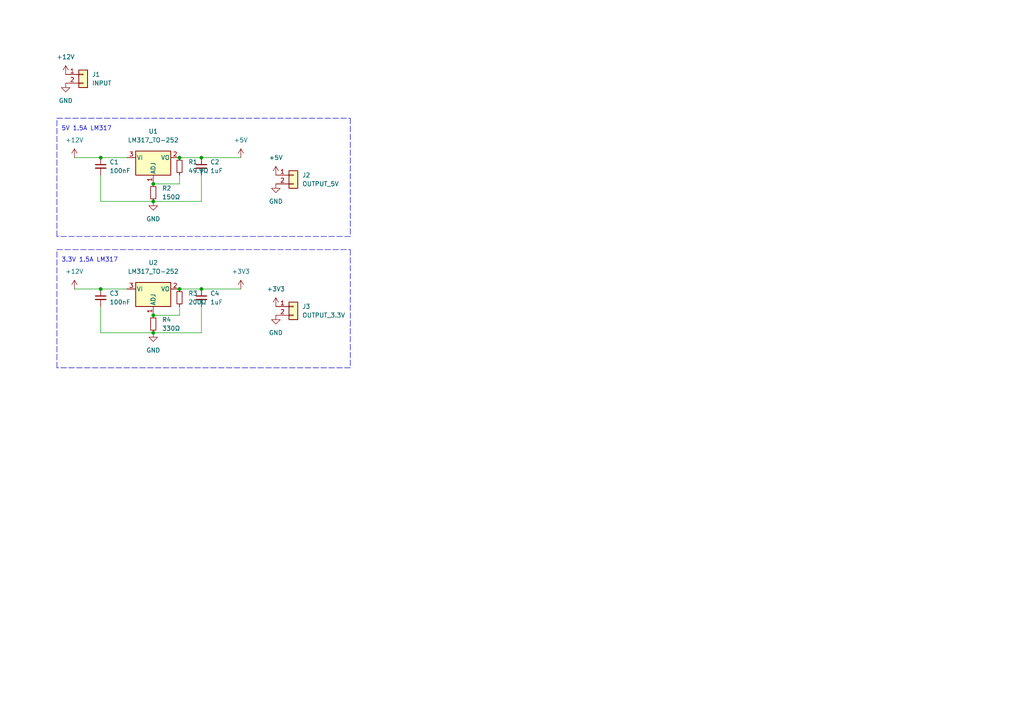
<source format=kicad_sch>
(kicad_sch (version 20211123) (generator eeschema)
  (paper "A4")
  (lib_symbols
    (symbol "Connector_Generic:Conn_01x02" (pin_names (offset 1.016) hide)
      (property "Reference" "J" (at 0 2.54 0))
      (property "Value" "Conn_01x02" (at 0 -5.08 0))
      (symbol "Conn_01x02_1_1"
        (rectangle (start -1.27 -2.413) (end 0 -2.667) (stroke (width 0.1524)))
        (rectangle (start -1.27 0.127) (end 0 -0.127) (stroke (width 0.1524)))
        (rectangle (start -1.27 1.27) (end 1.27 -3.81) (stroke (width 0.254)) (fill (type background)))
        (pin passive line (at -5.08 0 0) (length 3.81) (name "Pin_1") (number "1"))
        (pin passive line (at -5.08 -2.54 0) (length 3.81) (name "Pin_2") (number "2"))
      )
    )
    (symbol "Device:C_Small" (pin_numbers hide) (pin_names (offset 0.254) hide)
      (property "Reference" "C" (at 0.254 1.778 0))
      (property "Value" "C_Small" (at 0.254 -2.032 0))
      (symbol "C_Small_0_1"
        (polyline (pts (xy -1.524 -0.508) (xy 1.524 -0.508)) (stroke (width 0.3302)))
        (polyline (pts (xy -1.524 0.508) (xy 1.524 0.508)) (stroke (width 0.3048)))
      )
      (symbol "C_Small_1_1"
        (pin passive line (at 0 2.54 270) (length 2.032) (name "~") (number "1"))
        (pin passive line (at 0 -2.54 90) (length 2.032) (name "~") (number "2"))
      )
    )
    (symbol "Device:R_Small" (pin_numbers hide) (pin_names (offset 0.254) hide)
      (property "Reference" "R" (at 0.762 0.508 0))
      (property "Value" "R_Small" (at 0.762 -1.016 0))
      (symbol "R_Small_0_1"
        (rectangle (start -0.762 1.778) (end 0.762 -1.778) (stroke (width 0.2032)))
      )
      (symbol "R_Small_1_1"
        (pin passive line (at 0 2.54 270) (length 0.762) (name "~") (number "1"))
        (pin passive line (at 0 -2.54 90) (length 0.762) (name "~") (number "2"))
      )
    )
    (symbol "Regulator_Linear:LM317_TO-252" (pin_names (offset 0.254))
      (property "Reference" "U" (at -3.81 3.175 0))
      (property "Value" "LM317_TO-252" (at 0 3.175 0))
      (symbol "LM317_TO-252_0_1"
        (rectangle (start -5.08 1.905) (end 5.08 -5.08) (stroke (width 0.254)) (fill (type background)))
      )
      (symbol "LM317_TO-252_1_1"
        (pin input line (at 0 -7.62 90) (length 2.54) (name "ADJ") (number "1"))
        (pin power_out line (at 7.62 0 180) (length 2.54) (name "VO") (number "2"))
        (pin power_in line (at -7.62 0 0) (length 2.54) (name "VI") (number "3"))
      )
    )
    (symbol "power:+12V" (power) (pin_names (offset 0))
      (property "Value" "+12V" (at 0 3.556 0))
      (symbol "+12V_0_1"
        (polyline (pts (xy -0.762 1.27) (xy 0 2.54)))
        (polyline (pts (xy 0 0) (xy 0 2.54)))
        (polyline (pts (xy 0 2.54) (xy 0.762 1.27)))
      )
      (symbol "+12V_1_1"
        (pin power_in line (at 0 0 90) (length 0) hide (name "+12V") (number "1"))
      )
    )
    (symbol "power:+3.3V" (power) (pin_names (offset 0))
      (property "Value" "+3.3V" (at 0 3.556 0))
      (symbol "+3.3V_0_1"
        (polyline (pts (xy -0.762 1.27) (xy 0 2.54)))
        (polyline (pts (xy 0 0) (xy 0 2.54)))
        (polyline (pts (xy 0 2.54) (xy 0.762 1.27)))
      )
      (symbol "+3.3V_1_1"
        (pin power_in line (at 0 0 90) (length 0) hide (name "+3V3") (number "1"))
      )
    )
    (symbol "power:+5V" (power) (pin_names (offset 0))
      (property "Value" "+5V" (at 0 3.556 0))
      (symbol "+5V_0_1"
        (polyline (pts (xy -0.762 1.27) (xy 0 2.54)))
        (polyline (pts (xy 0 0) (xy 0 2.54)))
        (polyline (pts (xy 0 2.54) (xy 0.762 1.27)))
      )
      (symbol "+5V_1_1"
        (pin power_in line (at 0 0 90) (length 0) hide (name "+5V") (number "1"))
      )
    )
    (symbol "power:GND" (power) (pin_names (offset 0))
      (property "Value" "GND" (at 0 -3.81 0))
      (symbol "GND_0_1"
        (polyline (pts (xy 0 0) (xy 0 -1.27) (xy 1.27 -1.27) (xy 0 -2.54) (xy -1.27 -1.27) (xy 0 -1.27)))
      )
      (symbol "GND_1_1"
        (pin power_in line (at 0 0 270) (length 0) hide (name "GND") (number "1"))
      )
    )
  )
  (junction (at 44.45 96.52))
  (junction (at 44.45 58.42))
  (junction (at 44.45 53.34))
  (junction (at 29.21 45.72))
  (junction (at 52.07 45.72))
  (junction (at 29.21 83.82))
  (junction (at 58.42 45.72))
  (junction (at 44.45 91.44))
  (junction (at 52.07 83.82))
  (junction (at 58.42 83.82))
  (polyline (pts (xy 101.6 106.68) (xy 16.51 106.68)))
  (wire (pts (xy 29.21 50.8) (xy 29.21 58.42)))
  (wire (pts (xy 52.07 91.44) (xy 44.45 91.44)))
  (polyline (pts (xy 16.51 72.39) (xy 101.6 72.39)))
  (wire (pts (xy 58.42 96.52) (xy 44.45 96.52)))
  (wire (pts (xy 52.07 53.34) (xy 44.45 53.34)))
  (wire (pts (xy 29.21 58.42) (xy 44.45 58.42)))
  (polyline (pts (xy 101.6 34.29) (xy 101.6 68.58)))
  (wire (pts (xy 52.07 83.82) (xy 58.42 83.82)))
  (wire (pts (xy 29.21 83.82) (xy 36.83 83.82)))
  (wire (pts (xy 29.21 45.72) (xy 36.83 45.72)))
  (polyline (pts (xy 16.51 68.58) (xy 16.51 34.29)))
  (polyline (pts (xy 101.6 68.58) (xy 16.51 68.58)))
  (polyline (pts (xy 101.6 72.39) (xy 101.6 106.68)))
  (wire (pts (xy 52.07 45.72) (xy 58.42 45.72)))
  (wire (pts (xy 29.21 88.9) (xy 29.21 96.52)))
  (wire (pts (xy 58.42 50.8) (xy 58.42 58.42)))
  (wire (pts (xy 58.42 83.82) (xy 69.85 83.82)))
  (wire (pts (xy 29.21 96.52) (xy 44.45 96.52)))
  (polyline (pts (xy 16.51 34.29) (xy 101.6 34.29)))
  (wire (pts (xy 52.07 88.9) (xy 52.07 91.44)))
  (wire (pts (xy 21.59 83.82) (xy 29.21 83.82)))
  (wire (pts (xy 58.42 45.72) (xy 69.85 45.72)))
  (wire (pts (xy 52.07 50.8) (xy 52.07 53.34)))
  (wire (pts (xy 58.42 88.9) (xy 58.42 96.52)))
  (wire (pts (xy 21.59 45.72) (xy 29.21 45.72)))
  (wire (pts (xy 58.42 58.42) (xy 44.45 58.42)))
  (polyline (pts (xy 16.51 106.68) (xy 16.51 72.39)))
  (text "5V 1.5A LM317" (at 17.78 38.1 0) (effects (font (size 1.27 1.27)) (justify left bottom)))
  (text "3.3V 1.5A LM317" (at 17.78 76.2 0) (effects (font (size 1.27 1.27)) (justify left bottom)))
  (symbol (lib_id "power:GND") (at 19.05 24.13 0) (unit 1)
    (property "Reference" "#PWR0105" (effects hide))
    (property "Value" "GND" (at 19.05 29.21 0))
  )
  (symbol (lib_id "power:GND") (at 44.45 58.42 0) (unit 1)
    (property "Reference" "#PWR0101" (effects hide))
    (property "Value" "GND" (at 44.45 63.5 0))
  )
  (symbol (lib_id "Device:R_Small") (at 52.07 86.36 0) (unit 1)
    (property "Reference" "R3" (at 54.61 85.0899 0) (effects (justify left)))
    (property "Value" "200Ω" (at 54.61 87.6299 0) (effects (justify left)))
    (property "Footprint" "Resistor_SMD:R_0402_1005Metric" (effects hide))
    (property "LCSC" "C25087" (effects hide))
  )
  (symbol (lib_id "power:+12V") (at 21.59 83.82 0) (unit 1)
    (property "Reference" "#PWR01" (effects hide))
    (property "Value" "+12V" (at 21.59 78.74 0))
  )
  (symbol (lib_id "Device:C_Small") (at 58.42 48.26 0) (unit 1)
    (property "Reference" "C2" (at 60.96 46.9962 0) (effects (justify left)))
    (property "Value" "1uF" (at 60.96 49.5362 0) (effects (justify left)))
    (property "Footprint" "Capacitor_SMD:C_0402_1005Metric" (effects hide))
    (property "LCSC" "C52923" (effects hide))
  )
  (symbol (lib_id "Device:C_Small") (at 29.21 86.36 0) (unit 1)
    (property "Reference" "C3" (at 31.75 85.0962 0) (effects (justify left)))
    (property "Value" "100nF" (at 31.75 87.6362 0) (effects (justify left)))
    (property "Footprint" "Capacitor_SMD:C_0402_1005Metric" (effects hide))
    (property "LCSC" "C307331" (effects hide))
  )
  (symbol (lib_id "Device:C_Small") (at 29.21 48.26 0) (unit 1)
    (property "Reference" "C1" (at 31.75 46.9962 0) (effects (justify left)))
    (property "Value" "100nF" (at 31.75 49.5362 0) (effects (justify left)))
    (property "Footprint" "Capacitor_SMD:C_0402_1005Metric" (effects hide))
    (property "LCSC" "C307331" (effects hide))
  )
  (symbol (lib_id "Device:R_Small") (at 44.45 55.88 0) (unit 1)
    (property "Reference" "R2" (at 46.99 54.6099 0) (effects (justify left)))
    (property "Value" "150Ω" (at 46.99 57.1499 0) (effects (justify left)))
    (property "Footprint" "Resistor_SMD:R_0402_1005Metric" (effects hide))
    (property "LCSC" "C25082" (effects hide))
  )
  (symbol (lib_id "Device:R_Small") (at 52.07 48.26 0) (unit 1)
    (property "Reference" "R1" (at 54.61 46.9899 0) (effects (justify left)))
    (property "Value" "49.9Ω" (at 54.61 49.5299 0) (effects (justify left)))
    (property "Footprint" "Resistor_SMD:R_0402_1005Metric" (effects hide))
    (property "LCSC" "C25120" (effects hide))
  )
  (symbol (lib_id "Device:R_Small") (at 44.45 93.98 0) (unit 1)
    (property "Reference" "R4" (at 46.99 92.7099 0) (effects (justify left)))
    (property "Value" "330Ω" (at 46.99 95.2499 0) (effects (justify left)))
    (property "Footprint" "Resistor_SMD:R_0402_1005Metric" (effects hide))
    (property "LCSC" "C25104" (effects hide))
  )
  (symbol (lib_id "power:+5V") (at 69.85 45.72 0) (unit 1)
    (property "Reference" "#PWR0102" (effects hide))
    (property "Value" "+5V" (at 69.85 40.64 0))
  )
  (symbol (lib_id "power:+12V") (at 21.59 45.72 0) (unit 1)
    (property "Reference" "#PWR0103" (effects hide))
    (property "Value" "+12V" (at 21.59 40.64 0))
  )
  (symbol (lib_id "Regulator_Linear:LM317_TO-252") (at 44.45 83.82 0) (unit 1)
    (property "Reference" "U2" (at 44.45 76.2 0))
    (property "Value" "LM317_TO-252" (at 44.45 78.74 0))
    (property "Footprint" "Package_TO_SOT_SMD:TO-252-2" (effects hide))
    (property "Datasheet" "http://www.ti.com/lit/ds/snvs774n/snvs774n.pdf" (effects hide))
    (property "LCSC" "C75510" (effects hide))
  )
  (symbol (lib_id "Connector_Generic:Conn_01x02") (at 85.09 88.9 0) (unit 1)
    (property "Reference" "J3" (at 87.63 88.8999 0) (effects (justify left)))
    (property "Value" "OUTPUT_3.3V" (at 87.63 91.4399 0) (effects (justify left)))
    (property "Footprint" "Connector_PinHeader_2.54mm:PinHeader_1x02_P2.54mm_Vertical" (effects hide))
  )
  (symbol (lib_id "Regulator_Linear:LM317_TO-252") (at 44.45 45.72 0) (unit 1)
    (property "Reference" "U1" (at 44.45 38.1 0))
    (property "Value" "LM317_TO-252" (at 44.45 40.64 0))
    (property "Footprint" "Package_TO_SOT_SMD:TO-252-2" (effects hide))
    (property "Datasheet" "http://www.ti.com/lit/ds/snvs774n/snvs774n.pdf" (effects hide))
    (property "LCSC" "C75510" (effects hide))
  )
  (symbol (lib_id "power:GND") (at 80.01 91.44 0) (unit 1)
    (property "Reference" "#PWR04" (effects hide))
    (property "Value" "GND" (at 80.01 96.52 0))
  )
  (symbol (lib_id "Connector_Generic:Conn_01x02") (at 85.09 50.8 0) (unit 1)
    (property "Reference" "J2" (at 87.63 50.7999 0) (effects (justify left)))
    (property "Value" "OUTPUT_5V" (at 87.63 53.3399 0) (effects (justify left)))
    (property "Footprint" "Connector_PinHeader_2.54mm:PinHeader_1x02_P2.54mm_Vertical" (effects hide))
  )
  (symbol (lib_id "Device:C_Small") (at 58.42 86.36 0) (unit 1)
    (property "Reference" "C4" (at 60.96 85.0962 0) (effects (justify left)))
    (property "Value" "1uF" (at 60.96 87.6362 0) (effects (justify left)))
    (property "Footprint" "Capacitor_SMD:C_0402_1005Metric" (effects hide))
    (property "LCSC" "C52923" (effects hide))
  )
  (symbol (lib_id "power:GND") (at 44.45 96.52 0) (unit 1)
    (property "Reference" "#PWR05" (effects hide))
    (property "Value" "GND" (at 44.45 101.6 0))
  )
  (symbol (lib_id "Connector_Generic:Conn_01x02") (at 24.13 21.59 0) (unit 1)
    (property "Reference" "J1" (at 26.67 21.5899 0) (effects (justify left)))
    (property "Value" "INPUT" (at 26.67 24.1299 0) (effects (justify left)))
    (property "Footprint" "Connector_PinHeader_2.54mm:PinHeader_1x02_P2.54mm_Vertical" (effects hide))
  )
  (symbol (lib_id "power:+3.3V") (at 69.85 83.82 0) (unit 1)
    (property "Reference" "#PWR02" (effects hide))
    (property "Value" "+3.3V" (at 69.85 78.74 0))
  )
  (symbol (lib_id "power:+3.3V") (at 80.01 88.9 0) (unit 1)
    (property "Reference" "#PWR03" (effects hide))
    (property "Value" "+3.3V" (at 80.01 83.82 0))
  )
  (symbol (lib_id "power:+12V") (at 19.05 21.59 0) (unit 1)
    (property "Reference" "#PWR0106" (effects hide))
    (property "Value" "+12V" (at 19.05 16.51 0))
  )
  (symbol (lib_id "power:GND") (at 80.01 53.34 0) (unit 1)
    (property "Reference" "#PWR0104" (effects hide))
    (property "Value" "GND" (at 80.01 58.42 0))
  )
  (symbol (lib_id "power:+5V") (at 80.01 50.8 0) (unit 1)
    (property "Reference" "#PWR0107" (effects hide))
    (property "Value" "+5V" (at 80.01 45.72 0))
  )
)
</source>
